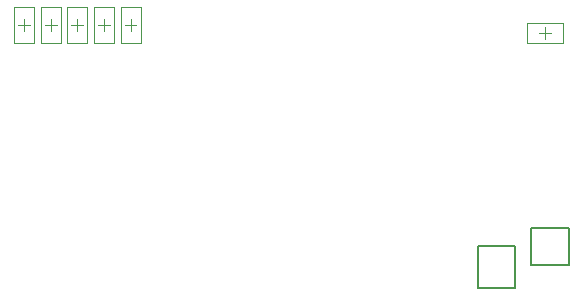
<source format=gbr>
%TF.GenerationSoftware,Altium Limited,Altium Designer,21.0.9 (235)*%
G04 Layer_Color=32768*
%FSLAX45Y45*%
%MOMM*%
%TF.SameCoordinates,EF7BBA3F-781E-4618-A6AB-C8CA2981E545*%
%TF.FilePolarity,Positive*%
%TF.FileFunction,Other,Top_Courtyard*%
%TF.Part,Single*%
G01*
G75*
%TA.AperFunction,NonConductor*%
%ADD81C,0.20000*%
%ADD150C,0.05000*%
D81*
X7813000Y795000D02*
Y1105000D01*
X8137000D01*
Y795000D02*
Y1105000D01*
X7813000Y795000D02*
X8137000D01*
X7370000Y599690D02*
X7680000D01*
Y950310D01*
X7370000D02*
X7680000D01*
X7370000Y599690D02*
Y950310D01*
D150*
X7782420Y2670100D02*
X8082420D01*
X7782420Y2840100D02*
X8082420D01*
X7932420Y2705100D02*
Y2805100D01*
X7882420Y2755100D02*
X7982420D01*
X7782420Y2670100D02*
Y2840100D01*
X8082420Y2670100D02*
Y2840100D01*
X4340000Y2675000D02*
X4510000D01*
X4340000Y2975000D02*
X4510000D01*
X4425000Y2775000D02*
Y2875000D01*
X4375000Y2825000D02*
X4475000D01*
X4510000Y2675000D02*
Y2975000D01*
X4340000Y2675000D02*
Y2975000D01*
X3890000Y2675000D02*
X4060000D01*
X3890000Y2975000D02*
X4060000D01*
X3975000Y2775000D02*
Y2875000D01*
X3925000Y2825000D02*
X4025000D01*
X4060000Y2675000D02*
Y2975000D01*
X3890000Y2675000D02*
Y2975000D01*
X4115000Y2675000D02*
X4285000D01*
X4115000Y2975000D02*
X4285000D01*
X4200000Y2775000D02*
Y2875000D01*
X4150000Y2825000D02*
X4250000D01*
X4285000Y2675000D02*
Y2975000D01*
X4115000Y2675000D02*
Y2975000D01*
X3665000Y2675000D02*
X3835000D01*
X3665000Y2975000D02*
X3835000D01*
X3750000Y2775000D02*
Y2875000D01*
X3700000Y2825000D02*
X3800000D01*
X3835000Y2675000D02*
Y2975000D01*
X3665000Y2675000D02*
Y2975000D01*
X3440000Y2675000D02*
X3610000D01*
X3440000Y2975000D02*
X3610000D01*
X3525000Y2775000D02*
Y2875000D01*
X3475000Y2825000D02*
X3575000D01*
X3610000Y2675000D02*
Y2975000D01*
X3440000Y2675000D02*
Y2975000D01*
%TF.MD5,61380e29295456681302132f59a90926*%
M02*

</source>
